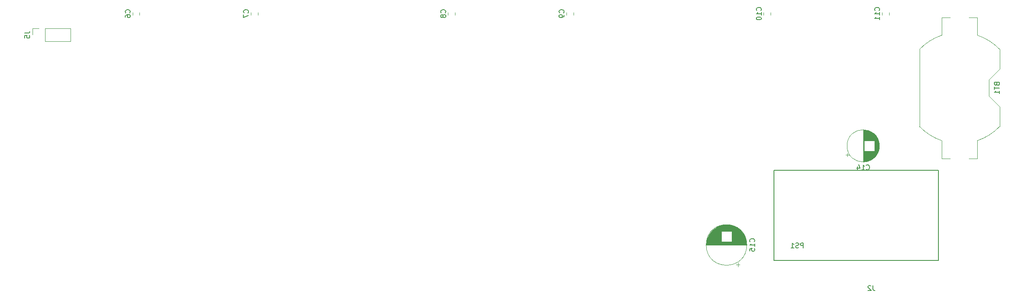
<source format=gbr>
G04 #@! TF.GenerationSoftware,KiCad,Pcbnew,5.1.5+dfsg1-2build2*
G04 #@! TF.CreationDate,2020-07-19T22:13:21-05:00*
G04 #@! TF.ProjectId,pi-nixie,70692d6e-6978-4696-952e-6b696361645f,rev?*
G04 #@! TF.SameCoordinates,Original*
G04 #@! TF.FileFunction,Legend,Bot*
G04 #@! TF.FilePolarity,Positive*
%FSLAX46Y46*%
G04 Gerber Fmt 4.6, Leading zero omitted, Abs format (unit mm)*
G04 Created by KiCad (PCBNEW 5.1.5+dfsg1-2build2) date 2020-07-19 22:13:21*
%MOMM*%
%LPD*%
G04 APERTURE LIST*
%ADD10C,0.120000*%
%ADD11C,0.200000*%
%ADD12C,0.150000*%
G04 APERTURE END LIST*
D10*
X146465000Y-68934698D02*
X145665000Y-68934698D01*
X146065000Y-69334698D02*
X146065000Y-68534698D01*
X144283000Y-60844000D02*
X143217000Y-60844000D01*
X144518000Y-60884000D02*
X142982000Y-60884000D01*
X144698000Y-60924000D02*
X142802000Y-60924000D01*
X144848000Y-60964000D02*
X142652000Y-60964000D01*
X144979000Y-61004000D02*
X142521000Y-61004000D01*
X145096000Y-61044000D02*
X142404000Y-61044000D01*
X145203000Y-61084000D02*
X142297000Y-61084000D01*
X145302000Y-61124000D02*
X142198000Y-61124000D01*
X145395000Y-61164000D02*
X142105000Y-61164000D01*
X145481000Y-61204000D02*
X142019000Y-61204000D01*
X145563000Y-61244000D02*
X141937000Y-61244000D01*
X145640000Y-61284000D02*
X141860000Y-61284000D01*
X145714000Y-61324000D02*
X141786000Y-61324000D01*
X145784000Y-61364000D02*
X141716000Y-61364000D01*
X145852000Y-61404000D02*
X141648000Y-61404000D01*
X145916000Y-61444000D02*
X141584000Y-61444000D01*
X145978000Y-61484000D02*
X141522000Y-61484000D01*
X146037000Y-61524000D02*
X141463000Y-61524000D01*
X146095000Y-61564000D02*
X141405000Y-61564000D01*
X146150000Y-61604000D02*
X141350000Y-61604000D01*
X146204000Y-61644000D02*
X141296000Y-61644000D01*
X146255000Y-61684000D02*
X141245000Y-61684000D01*
X146306000Y-61724000D02*
X141194000Y-61724000D01*
X146354000Y-61764000D02*
X141146000Y-61764000D01*
X146401000Y-61804000D02*
X141099000Y-61804000D01*
X146447000Y-61844000D02*
X141053000Y-61844000D01*
X146491000Y-61884000D02*
X141009000Y-61884000D01*
X146534000Y-61924000D02*
X140966000Y-61924000D01*
X146576000Y-61964000D02*
X140924000Y-61964000D01*
X146617000Y-62004000D02*
X140883000Y-62004000D01*
X146657000Y-62044000D02*
X140843000Y-62044000D01*
X146695000Y-62084000D02*
X140805000Y-62084000D01*
X146733000Y-62124000D02*
X140767000Y-62124000D01*
X142710000Y-62164000D02*
X140731000Y-62164000D01*
X146769000Y-62164000D02*
X144790000Y-62164000D01*
X142710000Y-62204000D02*
X140695000Y-62204000D01*
X146805000Y-62204000D02*
X144790000Y-62204000D01*
X142710000Y-62244000D02*
X140660000Y-62244000D01*
X146840000Y-62244000D02*
X144790000Y-62244000D01*
X142710000Y-62284000D02*
X140626000Y-62284000D01*
X146874000Y-62284000D02*
X144790000Y-62284000D01*
X142710000Y-62324000D02*
X140594000Y-62324000D01*
X146906000Y-62324000D02*
X144790000Y-62324000D01*
X142710000Y-62364000D02*
X140561000Y-62364000D01*
X146939000Y-62364000D02*
X144790000Y-62364000D01*
X142710000Y-62404000D02*
X140530000Y-62404000D01*
X146970000Y-62404000D02*
X144790000Y-62404000D01*
X142710000Y-62444000D02*
X140500000Y-62444000D01*
X147000000Y-62444000D02*
X144790000Y-62444000D01*
X142710000Y-62484000D02*
X140470000Y-62484000D01*
X147030000Y-62484000D02*
X144790000Y-62484000D01*
X142710000Y-62524000D02*
X140441000Y-62524000D01*
X147059000Y-62524000D02*
X144790000Y-62524000D01*
X142710000Y-62564000D02*
X140412000Y-62564000D01*
X147088000Y-62564000D02*
X144790000Y-62564000D01*
X142710000Y-62604000D02*
X140385000Y-62604000D01*
X147115000Y-62604000D02*
X144790000Y-62604000D01*
X142710000Y-62644000D02*
X140358000Y-62644000D01*
X147142000Y-62644000D02*
X144790000Y-62644000D01*
X142710000Y-62684000D02*
X140332000Y-62684000D01*
X147168000Y-62684000D02*
X144790000Y-62684000D01*
X142710000Y-62724000D02*
X140306000Y-62724000D01*
X147194000Y-62724000D02*
X144790000Y-62724000D01*
X142710000Y-62764000D02*
X140281000Y-62764000D01*
X147219000Y-62764000D02*
X144790000Y-62764000D01*
X142710000Y-62804000D02*
X140257000Y-62804000D01*
X147243000Y-62804000D02*
X144790000Y-62804000D01*
X142710000Y-62844000D02*
X140233000Y-62844000D01*
X147267000Y-62844000D02*
X144790000Y-62844000D01*
X142710000Y-62884000D02*
X140210000Y-62884000D01*
X147290000Y-62884000D02*
X144790000Y-62884000D01*
X142710000Y-62924000D02*
X140188000Y-62924000D01*
X147312000Y-62924000D02*
X144790000Y-62924000D01*
X142710000Y-62964000D02*
X140166000Y-62964000D01*
X147334000Y-62964000D02*
X144790000Y-62964000D01*
X142710000Y-63004000D02*
X140144000Y-63004000D01*
X147356000Y-63004000D02*
X144790000Y-63004000D01*
X142710000Y-63044000D02*
X140123000Y-63044000D01*
X147377000Y-63044000D02*
X144790000Y-63044000D01*
X142710000Y-63084000D02*
X140103000Y-63084000D01*
X147397000Y-63084000D02*
X144790000Y-63084000D01*
X142710000Y-63124000D02*
X140084000Y-63124000D01*
X147416000Y-63124000D02*
X144790000Y-63124000D01*
X142710000Y-63164000D02*
X140064000Y-63164000D01*
X147436000Y-63164000D02*
X144790000Y-63164000D01*
X142710000Y-63204000D02*
X140046000Y-63204000D01*
X147454000Y-63204000D02*
X144790000Y-63204000D01*
X142710000Y-63244000D02*
X140028000Y-63244000D01*
X147472000Y-63244000D02*
X144790000Y-63244000D01*
X142710000Y-63284000D02*
X140010000Y-63284000D01*
X147490000Y-63284000D02*
X144790000Y-63284000D01*
X142710000Y-63324000D02*
X139993000Y-63324000D01*
X147507000Y-63324000D02*
X144790000Y-63324000D01*
X142710000Y-63364000D02*
X139976000Y-63364000D01*
X147524000Y-63364000D02*
X144790000Y-63364000D01*
X142710000Y-63404000D02*
X139960000Y-63404000D01*
X147540000Y-63404000D02*
X144790000Y-63404000D01*
X142710000Y-63444000D02*
X139945000Y-63444000D01*
X147555000Y-63444000D02*
X144790000Y-63444000D01*
X142710000Y-63484000D02*
X139929000Y-63484000D01*
X147571000Y-63484000D02*
X144790000Y-63484000D01*
X142710000Y-63524000D02*
X139915000Y-63524000D01*
X147585000Y-63524000D02*
X144790000Y-63524000D01*
X142710000Y-63564000D02*
X139900000Y-63564000D01*
X147600000Y-63564000D02*
X144790000Y-63564000D01*
X142710000Y-63604000D02*
X139887000Y-63604000D01*
X147613000Y-63604000D02*
X144790000Y-63604000D01*
X142710000Y-63644000D02*
X139873000Y-63644000D01*
X147627000Y-63644000D02*
X144790000Y-63644000D01*
X142710000Y-63684000D02*
X139861000Y-63684000D01*
X147639000Y-63684000D02*
X144790000Y-63684000D01*
X142710000Y-63724000D02*
X139848000Y-63724000D01*
X147652000Y-63724000D02*
X144790000Y-63724000D01*
X142710000Y-63764000D02*
X139836000Y-63764000D01*
X147664000Y-63764000D02*
X144790000Y-63764000D01*
X142710000Y-63804000D02*
X139825000Y-63804000D01*
X147675000Y-63804000D02*
X144790000Y-63804000D01*
X142710000Y-63844000D02*
X139814000Y-63844000D01*
X147686000Y-63844000D02*
X144790000Y-63844000D01*
X142710000Y-63884000D02*
X139803000Y-63884000D01*
X147697000Y-63884000D02*
X144790000Y-63884000D01*
X142710000Y-63924000D02*
X139793000Y-63924000D01*
X147707000Y-63924000D02*
X144790000Y-63924000D01*
X142710000Y-63964000D02*
X139783000Y-63964000D01*
X147717000Y-63964000D02*
X144790000Y-63964000D01*
X142710000Y-64004000D02*
X139774000Y-64004000D01*
X147726000Y-64004000D02*
X144790000Y-64004000D01*
X142710000Y-64044000D02*
X139765000Y-64044000D01*
X147735000Y-64044000D02*
X144790000Y-64044000D01*
X142710000Y-64084000D02*
X139756000Y-64084000D01*
X147744000Y-64084000D02*
X144790000Y-64084000D01*
X142710000Y-64124000D02*
X139748000Y-64124000D01*
X147752000Y-64124000D02*
X144790000Y-64124000D01*
X142710000Y-64164000D02*
X139740000Y-64164000D01*
X147760000Y-64164000D02*
X144790000Y-64164000D01*
X142710000Y-64204000D02*
X139733000Y-64204000D01*
X147767000Y-64204000D02*
X144790000Y-64204000D01*
X147774000Y-64245000D02*
X139726000Y-64245000D01*
X147780000Y-64285000D02*
X139720000Y-64285000D01*
X147787000Y-64325000D02*
X139713000Y-64325000D01*
X147792000Y-64365000D02*
X139708000Y-64365000D01*
X147798000Y-64405000D02*
X139702000Y-64405000D01*
X147802000Y-64445000D02*
X139698000Y-64445000D01*
X147807000Y-64485000D02*
X139693000Y-64485000D01*
X147811000Y-64525000D02*
X139689000Y-64525000D01*
X147815000Y-64565000D02*
X139685000Y-64565000D01*
X147818000Y-64605000D02*
X139682000Y-64605000D01*
X147821000Y-64645000D02*
X139679000Y-64645000D01*
X147824000Y-64685000D02*
X139676000Y-64685000D01*
X147826000Y-64725000D02*
X139674000Y-64725000D01*
X147827000Y-64765000D02*
X139673000Y-64765000D01*
X147829000Y-64805000D02*
X139671000Y-64805000D01*
X147830000Y-64845000D02*
X139670000Y-64845000D01*
X147830000Y-64885000D02*
X139670000Y-64885000D01*
X147830000Y-64925000D02*
X139670000Y-64925000D01*
X147870000Y-64925000D02*
G75*
G03X147870000Y-64925000I-4120000J0D01*
G01*
X168289759Y-46979000D02*
X168289759Y-46349000D01*
X167974759Y-46664000D02*
X168604759Y-46664000D01*
X174716000Y-45227000D02*
X174716000Y-44423000D01*
X174676000Y-45458000D02*
X174676000Y-44192000D01*
X174636000Y-45627000D02*
X174636000Y-44023000D01*
X174596000Y-45765000D02*
X174596000Y-43885000D01*
X174556000Y-45884000D02*
X174556000Y-43766000D01*
X174516000Y-45990000D02*
X174516000Y-43660000D01*
X174476000Y-46087000D02*
X174476000Y-43563000D01*
X174436000Y-46175000D02*
X174436000Y-43475000D01*
X174396000Y-46257000D02*
X174396000Y-43393000D01*
X174356000Y-46334000D02*
X174356000Y-43316000D01*
X174316000Y-46406000D02*
X174316000Y-43244000D01*
X174276000Y-46475000D02*
X174276000Y-43175000D01*
X174236000Y-46539000D02*
X174236000Y-43111000D01*
X174196000Y-46601000D02*
X174196000Y-43049000D01*
X174156000Y-46659000D02*
X174156000Y-42991000D01*
X174116000Y-46715000D02*
X174116000Y-42935000D01*
X174076000Y-46769000D02*
X174076000Y-42881000D01*
X174036000Y-46820000D02*
X174036000Y-42830000D01*
X173996000Y-46869000D02*
X173996000Y-42781000D01*
X173956000Y-46917000D02*
X173956000Y-42733000D01*
X173916000Y-46962000D02*
X173916000Y-42688000D01*
X173876000Y-47007000D02*
X173876000Y-42643000D01*
X173836000Y-47049000D02*
X173836000Y-42601000D01*
X173796000Y-47090000D02*
X173796000Y-42560000D01*
X173756000Y-43785000D02*
X173756000Y-42520000D01*
X173756000Y-47130000D02*
X173756000Y-45865000D01*
X173716000Y-43785000D02*
X173716000Y-42482000D01*
X173716000Y-47168000D02*
X173716000Y-45865000D01*
X173676000Y-43785000D02*
X173676000Y-42445000D01*
X173676000Y-47205000D02*
X173676000Y-45865000D01*
X173636000Y-43785000D02*
X173636000Y-42409000D01*
X173636000Y-47241000D02*
X173636000Y-45865000D01*
X173596000Y-43785000D02*
X173596000Y-42375000D01*
X173596000Y-47275000D02*
X173596000Y-45865000D01*
X173556000Y-43785000D02*
X173556000Y-42341000D01*
X173556000Y-47309000D02*
X173556000Y-45865000D01*
X173516000Y-43785000D02*
X173516000Y-42309000D01*
X173516000Y-47341000D02*
X173516000Y-45865000D01*
X173476000Y-43785000D02*
X173476000Y-42277000D01*
X173476000Y-47373000D02*
X173476000Y-45865000D01*
X173436000Y-43785000D02*
X173436000Y-42247000D01*
X173436000Y-47403000D02*
X173436000Y-45865000D01*
X173396000Y-43785000D02*
X173396000Y-42218000D01*
X173396000Y-47432000D02*
X173396000Y-45865000D01*
X173356000Y-43785000D02*
X173356000Y-42189000D01*
X173356000Y-47461000D02*
X173356000Y-45865000D01*
X173316000Y-43785000D02*
X173316000Y-42161000D01*
X173316000Y-47489000D02*
X173316000Y-45865000D01*
X173276000Y-43785000D02*
X173276000Y-42135000D01*
X173276000Y-47515000D02*
X173276000Y-45865000D01*
X173236000Y-43785000D02*
X173236000Y-42109000D01*
X173236000Y-47541000D02*
X173236000Y-45865000D01*
X173196000Y-43785000D02*
X173196000Y-42083000D01*
X173196000Y-47567000D02*
X173196000Y-45865000D01*
X173156000Y-43785000D02*
X173156000Y-42059000D01*
X173156000Y-47591000D02*
X173156000Y-45865000D01*
X173116000Y-43785000D02*
X173116000Y-42035000D01*
X173116000Y-47615000D02*
X173116000Y-45865000D01*
X173076000Y-43785000D02*
X173076000Y-42013000D01*
X173076000Y-47637000D02*
X173076000Y-45865000D01*
X173036000Y-43785000D02*
X173036000Y-41991000D01*
X173036000Y-47659000D02*
X173036000Y-45865000D01*
X172996000Y-43785000D02*
X172996000Y-41969000D01*
X172996000Y-47681000D02*
X172996000Y-45865000D01*
X172956000Y-43785000D02*
X172956000Y-41949000D01*
X172956000Y-47701000D02*
X172956000Y-45865000D01*
X172916000Y-43785000D02*
X172916000Y-41929000D01*
X172916000Y-47721000D02*
X172916000Y-45865000D01*
X172876000Y-43785000D02*
X172876000Y-41909000D01*
X172876000Y-47741000D02*
X172876000Y-45865000D01*
X172836000Y-43785000D02*
X172836000Y-41891000D01*
X172836000Y-47759000D02*
X172836000Y-45865000D01*
X172796000Y-43785000D02*
X172796000Y-41873000D01*
X172796000Y-47777000D02*
X172796000Y-45865000D01*
X172756000Y-43785000D02*
X172756000Y-41855000D01*
X172756000Y-47795000D02*
X172756000Y-45865000D01*
X172716000Y-43785000D02*
X172716000Y-41839000D01*
X172716000Y-47811000D02*
X172716000Y-45865000D01*
X172676000Y-43785000D02*
X172676000Y-41823000D01*
X172676000Y-47827000D02*
X172676000Y-45865000D01*
X172636000Y-43785000D02*
X172636000Y-41807000D01*
X172636000Y-47843000D02*
X172636000Y-45865000D01*
X172596000Y-43785000D02*
X172596000Y-41792000D01*
X172596000Y-47858000D02*
X172596000Y-45865000D01*
X172556000Y-43785000D02*
X172556000Y-41778000D01*
X172556000Y-47872000D02*
X172556000Y-45865000D01*
X172516000Y-43785000D02*
X172516000Y-41764000D01*
X172516000Y-47886000D02*
X172516000Y-45865000D01*
X172476000Y-43785000D02*
X172476000Y-41751000D01*
X172476000Y-47899000D02*
X172476000Y-45865000D01*
X172436000Y-43785000D02*
X172436000Y-41739000D01*
X172436000Y-47911000D02*
X172436000Y-45865000D01*
X172396000Y-43785000D02*
X172396000Y-41727000D01*
X172396000Y-47923000D02*
X172396000Y-45865000D01*
X172356000Y-43785000D02*
X172356000Y-41715000D01*
X172356000Y-47935000D02*
X172356000Y-45865000D01*
X172316000Y-43785000D02*
X172316000Y-41704000D01*
X172316000Y-47946000D02*
X172316000Y-45865000D01*
X172276000Y-43785000D02*
X172276000Y-41694000D01*
X172276000Y-47956000D02*
X172276000Y-45865000D01*
X172236000Y-43785000D02*
X172236000Y-41684000D01*
X172236000Y-47966000D02*
X172236000Y-45865000D01*
X172196000Y-43785000D02*
X172196000Y-41675000D01*
X172196000Y-47975000D02*
X172196000Y-45865000D01*
X172155000Y-43785000D02*
X172155000Y-41666000D01*
X172155000Y-47984000D02*
X172155000Y-45865000D01*
X172115000Y-43785000D02*
X172115000Y-41658000D01*
X172115000Y-47992000D02*
X172115000Y-45865000D01*
X172075000Y-43785000D02*
X172075000Y-41650000D01*
X172075000Y-48000000D02*
X172075000Y-45865000D01*
X172035000Y-43785000D02*
X172035000Y-41643000D01*
X172035000Y-48007000D02*
X172035000Y-45865000D01*
X171995000Y-43785000D02*
X171995000Y-41636000D01*
X171995000Y-48014000D02*
X171995000Y-45865000D01*
X171955000Y-43785000D02*
X171955000Y-41630000D01*
X171955000Y-48020000D02*
X171955000Y-45865000D01*
X171915000Y-43785000D02*
X171915000Y-41624000D01*
X171915000Y-48026000D02*
X171915000Y-45865000D01*
X171875000Y-43785000D02*
X171875000Y-41619000D01*
X171875000Y-48031000D02*
X171875000Y-45865000D01*
X171835000Y-43785000D02*
X171835000Y-41614000D01*
X171835000Y-48036000D02*
X171835000Y-45865000D01*
X171795000Y-43785000D02*
X171795000Y-41610000D01*
X171795000Y-48040000D02*
X171795000Y-45865000D01*
X171755000Y-43785000D02*
X171755000Y-41607000D01*
X171755000Y-48043000D02*
X171755000Y-45865000D01*
X171715000Y-43785000D02*
X171715000Y-41603000D01*
X171715000Y-48047000D02*
X171715000Y-45865000D01*
X171675000Y-48049000D02*
X171675000Y-41601000D01*
X171635000Y-48052000D02*
X171635000Y-41598000D01*
X171595000Y-48053000D02*
X171595000Y-41597000D01*
X171555000Y-48055000D02*
X171555000Y-41595000D01*
X171515000Y-48055000D02*
X171515000Y-41595000D01*
X171475000Y-48055000D02*
X171475000Y-41595000D01*
X174745000Y-44825000D02*
G75*
G03X174745000Y-44825000I-3270000J0D01*
G01*
D11*
X186700000Y-68075000D02*
X153400000Y-68075000D01*
X153400000Y-49775000D02*
X153400000Y-68075000D01*
X186700000Y-49775000D02*
X153400000Y-49775000D01*
X186700000Y-49775000D02*
X186700000Y-68075000D01*
D10*
X2970000Y-20970000D02*
X2970000Y-22300000D01*
X4300000Y-20970000D02*
X2970000Y-20970000D01*
X5570000Y-20970000D02*
X5570000Y-23630000D01*
X5570000Y-23630000D02*
X10710000Y-23630000D01*
X5570000Y-20970000D02*
X10710000Y-20970000D01*
X10710000Y-20970000D02*
X10710000Y-23630000D01*
X187415000Y-18765000D02*
X187415000Y-22383000D01*
X189125000Y-18765000D02*
X187415000Y-18765000D01*
X182915000Y-25227700D02*
X182915000Y-40922300D01*
X189125000Y-47385000D02*
X187415000Y-47385000D01*
X187415000Y-43767000D02*
X187415000Y-47385000D01*
X194635000Y-47385000D02*
X194635000Y-43767000D01*
X192925000Y-47385000D02*
X194635000Y-47385000D01*
X199135000Y-40922300D02*
X199135000Y-36935000D01*
X196935000Y-34735000D02*
X199135000Y-36935000D01*
X196935000Y-34735000D02*
X196935000Y-31415000D01*
X196935000Y-31415000D02*
X199135000Y-29215000D01*
X199135000Y-29215000D02*
X199135000Y-25227700D01*
X194635000Y-22383000D02*
X194635000Y-18765000D01*
X192925000Y-18765000D02*
X194635000Y-18765000D01*
X182913211Y-25229630D02*
G75*
G02X187415000Y-22383000I8111789J-7845370D01*
G01*
X199136789Y-40920370D02*
G75*
G02X194635000Y-43767000I-8111789J7845370D01*
G01*
X182913211Y-40920370D02*
G75*
G03X187415000Y-43767000I8111789J7845370D01*
G01*
X199136789Y-25229630D02*
G75*
G03X194635000Y-22383000I-8111789J-7845370D01*
G01*
X176710000Y-17741422D02*
X176710000Y-18258578D01*
X175290000Y-17741422D02*
X175290000Y-18258578D01*
X152710000Y-17741422D02*
X152710000Y-18258578D01*
X151290000Y-17741422D02*
X151290000Y-18258578D01*
X112710000Y-17741422D02*
X112710000Y-18258578D01*
X111290000Y-17741422D02*
X111290000Y-18258578D01*
X88710000Y-17741422D02*
X88710000Y-18258578D01*
X87290000Y-17741422D02*
X87290000Y-18258578D01*
X48710000Y-17741422D02*
X48710000Y-18258578D01*
X47290000Y-17741422D02*
X47290000Y-18258578D01*
X24710000Y-17741422D02*
X24710000Y-18258578D01*
X23290000Y-17741422D02*
X23290000Y-18258578D01*
D12*
X149357142Y-64282142D02*
X149404761Y-64234523D01*
X149452380Y-64091666D01*
X149452380Y-63996428D01*
X149404761Y-63853571D01*
X149309523Y-63758333D01*
X149214285Y-63710714D01*
X149023809Y-63663095D01*
X148880952Y-63663095D01*
X148690476Y-63710714D01*
X148595238Y-63758333D01*
X148500000Y-63853571D01*
X148452380Y-63996428D01*
X148452380Y-64091666D01*
X148500000Y-64234523D01*
X148547619Y-64282142D01*
X149452380Y-65234523D02*
X149452380Y-64663095D01*
X149452380Y-64948809D02*
X148452380Y-64948809D01*
X148595238Y-64853571D01*
X148690476Y-64758333D01*
X148738095Y-64663095D01*
X148452380Y-66139285D02*
X148452380Y-65663095D01*
X148928571Y-65615476D01*
X148880952Y-65663095D01*
X148833333Y-65758333D01*
X148833333Y-65996428D01*
X148880952Y-66091666D01*
X148928571Y-66139285D01*
X149023809Y-66186904D01*
X149261904Y-66186904D01*
X149357142Y-66139285D01*
X149404761Y-66091666D01*
X149452380Y-65996428D01*
X149452380Y-65758333D01*
X149404761Y-65663095D01*
X149357142Y-65615476D01*
X172117857Y-49582142D02*
X172165476Y-49629761D01*
X172308333Y-49677380D01*
X172403571Y-49677380D01*
X172546428Y-49629761D01*
X172641666Y-49534523D01*
X172689285Y-49439285D01*
X172736904Y-49248809D01*
X172736904Y-49105952D01*
X172689285Y-48915476D01*
X172641666Y-48820238D01*
X172546428Y-48725000D01*
X172403571Y-48677380D01*
X172308333Y-48677380D01*
X172165476Y-48725000D01*
X172117857Y-48772619D01*
X171165476Y-49677380D02*
X171736904Y-49677380D01*
X171451190Y-49677380D02*
X171451190Y-48677380D01*
X171546428Y-48820238D01*
X171641666Y-48915476D01*
X171736904Y-48963095D01*
X170308333Y-49010714D02*
X170308333Y-49677380D01*
X170546428Y-48629761D02*
X170784523Y-49344047D01*
X170165476Y-49344047D01*
X159314285Y-65527380D02*
X159314285Y-64527380D01*
X158933333Y-64527380D01*
X158838095Y-64575000D01*
X158790476Y-64622619D01*
X158742857Y-64717857D01*
X158742857Y-64860714D01*
X158790476Y-64955952D01*
X158838095Y-65003571D01*
X158933333Y-65051190D01*
X159314285Y-65051190D01*
X158361904Y-65479761D02*
X158219047Y-65527380D01*
X157980952Y-65527380D01*
X157885714Y-65479761D01*
X157838095Y-65432142D01*
X157790476Y-65336904D01*
X157790476Y-65241666D01*
X157838095Y-65146428D01*
X157885714Y-65098809D01*
X157980952Y-65051190D01*
X158171428Y-65003571D01*
X158266666Y-64955952D01*
X158314285Y-64908333D01*
X158361904Y-64813095D01*
X158361904Y-64717857D01*
X158314285Y-64622619D01*
X158266666Y-64575000D01*
X158171428Y-64527380D01*
X157933333Y-64527380D01*
X157790476Y-64575000D01*
X156838095Y-65527380D02*
X157409523Y-65527380D01*
X157123809Y-65527380D02*
X157123809Y-64527380D01*
X157219047Y-64670238D01*
X157314285Y-64765476D01*
X157409523Y-64813095D01*
X1422380Y-21966666D02*
X2136666Y-21966666D01*
X2279523Y-21919047D01*
X2374761Y-21823809D01*
X2422380Y-21680952D01*
X2422380Y-21585714D01*
X1422380Y-22919047D02*
X1422380Y-22442857D01*
X1898571Y-22395238D01*
X1850952Y-22442857D01*
X1803333Y-22538095D01*
X1803333Y-22776190D01*
X1850952Y-22871428D01*
X1898571Y-22919047D01*
X1993809Y-22966666D01*
X2231904Y-22966666D01*
X2327142Y-22919047D01*
X2374761Y-22871428D01*
X2422380Y-22776190D01*
X2422380Y-22538095D01*
X2374761Y-22442857D01*
X2327142Y-22395238D01*
X198573571Y-32289285D02*
X198621190Y-32432142D01*
X198668809Y-32479761D01*
X198764047Y-32527380D01*
X198906904Y-32527380D01*
X199002142Y-32479761D01*
X199049761Y-32432142D01*
X199097380Y-32336904D01*
X199097380Y-31955952D01*
X198097380Y-31955952D01*
X198097380Y-32289285D01*
X198145000Y-32384523D01*
X198192619Y-32432142D01*
X198287857Y-32479761D01*
X198383095Y-32479761D01*
X198478333Y-32432142D01*
X198525952Y-32384523D01*
X198573571Y-32289285D01*
X198573571Y-31955952D01*
X198097380Y-32813095D02*
X198097380Y-33384523D01*
X199097380Y-33098809D02*
X198097380Y-33098809D01*
X199097380Y-34241666D02*
X199097380Y-33670238D01*
X199097380Y-33955952D02*
X198097380Y-33955952D01*
X198240238Y-33860714D01*
X198335476Y-33765476D01*
X198383095Y-33670238D01*
X173458333Y-73177380D02*
X173458333Y-73891666D01*
X173505952Y-74034523D01*
X173601190Y-74129761D01*
X173744047Y-74177380D01*
X173839285Y-74177380D01*
X173029761Y-73272619D02*
X172982142Y-73225000D01*
X172886904Y-73177380D01*
X172648809Y-73177380D01*
X172553571Y-73225000D01*
X172505952Y-73272619D01*
X172458333Y-73367857D01*
X172458333Y-73463095D01*
X172505952Y-73605952D01*
X173077380Y-74177380D01*
X172458333Y-74177380D01*
X174707142Y-17357142D02*
X174754761Y-17309523D01*
X174802380Y-17166666D01*
X174802380Y-17071428D01*
X174754761Y-16928571D01*
X174659523Y-16833333D01*
X174564285Y-16785714D01*
X174373809Y-16738095D01*
X174230952Y-16738095D01*
X174040476Y-16785714D01*
X173945238Y-16833333D01*
X173850000Y-16928571D01*
X173802380Y-17071428D01*
X173802380Y-17166666D01*
X173850000Y-17309523D01*
X173897619Y-17357142D01*
X174802380Y-18309523D02*
X174802380Y-17738095D01*
X174802380Y-18023809D02*
X173802380Y-18023809D01*
X173945238Y-17928571D01*
X174040476Y-17833333D01*
X174088095Y-17738095D01*
X174802380Y-19261904D02*
X174802380Y-18690476D01*
X174802380Y-18976190D02*
X173802380Y-18976190D01*
X173945238Y-18880952D01*
X174040476Y-18785714D01*
X174088095Y-18690476D01*
X150707142Y-17357142D02*
X150754761Y-17309523D01*
X150802380Y-17166666D01*
X150802380Y-17071428D01*
X150754761Y-16928571D01*
X150659523Y-16833333D01*
X150564285Y-16785714D01*
X150373809Y-16738095D01*
X150230952Y-16738095D01*
X150040476Y-16785714D01*
X149945238Y-16833333D01*
X149850000Y-16928571D01*
X149802380Y-17071428D01*
X149802380Y-17166666D01*
X149850000Y-17309523D01*
X149897619Y-17357142D01*
X150802380Y-18309523D02*
X150802380Y-17738095D01*
X150802380Y-18023809D02*
X149802380Y-18023809D01*
X149945238Y-17928571D01*
X150040476Y-17833333D01*
X150088095Y-17738095D01*
X149802380Y-18928571D02*
X149802380Y-19023809D01*
X149850000Y-19119047D01*
X149897619Y-19166666D01*
X149992857Y-19214285D01*
X150183333Y-19261904D01*
X150421428Y-19261904D01*
X150611904Y-19214285D01*
X150707142Y-19166666D01*
X150754761Y-19119047D01*
X150802380Y-19023809D01*
X150802380Y-18928571D01*
X150754761Y-18833333D01*
X150707142Y-18785714D01*
X150611904Y-18738095D01*
X150421428Y-18690476D01*
X150183333Y-18690476D01*
X149992857Y-18738095D01*
X149897619Y-18785714D01*
X149850000Y-18833333D01*
X149802380Y-18928571D01*
X110707142Y-17833333D02*
X110754761Y-17785714D01*
X110802380Y-17642857D01*
X110802380Y-17547619D01*
X110754761Y-17404761D01*
X110659523Y-17309523D01*
X110564285Y-17261904D01*
X110373809Y-17214285D01*
X110230952Y-17214285D01*
X110040476Y-17261904D01*
X109945238Y-17309523D01*
X109850000Y-17404761D01*
X109802380Y-17547619D01*
X109802380Y-17642857D01*
X109850000Y-17785714D01*
X109897619Y-17833333D01*
X110802380Y-18309523D02*
X110802380Y-18500000D01*
X110754761Y-18595238D01*
X110707142Y-18642857D01*
X110564285Y-18738095D01*
X110373809Y-18785714D01*
X109992857Y-18785714D01*
X109897619Y-18738095D01*
X109850000Y-18690476D01*
X109802380Y-18595238D01*
X109802380Y-18404761D01*
X109850000Y-18309523D01*
X109897619Y-18261904D01*
X109992857Y-18214285D01*
X110230952Y-18214285D01*
X110326190Y-18261904D01*
X110373809Y-18309523D01*
X110421428Y-18404761D01*
X110421428Y-18595238D01*
X110373809Y-18690476D01*
X110326190Y-18738095D01*
X110230952Y-18785714D01*
X86707142Y-17833333D02*
X86754761Y-17785714D01*
X86802380Y-17642857D01*
X86802380Y-17547619D01*
X86754761Y-17404761D01*
X86659523Y-17309523D01*
X86564285Y-17261904D01*
X86373809Y-17214285D01*
X86230952Y-17214285D01*
X86040476Y-17261904D01*
X85945238Y-17309523D01*
X85850000Y-17404761D01*
X85802380Y-17547619D01*
X85802380Y-17642857D01*
X85850000Y-17785714D01*
X85897619Y-17833333D01*
X86230952Y-18404761D02*
X86183333Y-18309523D01*
X86135714Y-18261904D01*
X86040476Y-18214285D01*
X85992857Y-18214285D01*
X85897619Y-18261904D01*
X85850000Y-18309523D01*
X85802380Y-18404761D01*
X85802380Y-18595238D01*
X85850000Y-18690476D01*
X85897619Y-18738095D01*
X85992857Y-18785714D01*
X86040476Y-18785714D01*
X86135714Y-18738095D01*
X86183333Y-18690476D01*
X86230952Y-18595238D01*
X86230952Y-18404761D01*
X86278571Y-18309523D01*
X86326190Y-18261904D01*
X86421428Y-18214285D01*
X86611904Y-18214285D01*
X86707142Y-18261904D01*
X86754761Y-18309523D01*
X86802380Y-18404761D01*
X86802380Y-18595238D01*
X86754761Y-18690476D01*
X86707142Y-18738095D01*
X86611904Y-18785714D01*
X86421428Y-18785714D01*
X86326190Y-18738095D01*
X86278571Y-18690476D01*
X86230952Y-18595238D01*
X46707142Y-17833333D02*
X46754761Y-17785714D01*
X46802380Y-17642857D01*
X46802380Y-17547619D01*
X46754761Y-17404761D01*
X46659523Y-17309523D01*
X46564285Y-17261904D01*
X46373809Y-17214285D01*
X46230952Y-17214285D01*
X46040476Y-17261904D01*
X45945238Y-17309523D01*
X45850000Y-17404761D01*
X45802380Y-17547619D01*
X45802380Y-17642857D01*
X45850000Y-17785714D01*
X45897619Y-17833333D01*
X45802380Y-18166666D02*
X45802380Y-18833333D01*
X46802380Y-18404761D01*
X22707142Y-17833333D02*
X22754761Y-17785714D01*
X22802380Y-17642857D01*
X22802380Y-17547619D01*
X22754761Y-17404761D01*
X22659523Y-17309523D01*
X22564285Y-17261904D01*
X22373809Y-17214285D01*
X22230952Y-17214285D01*
X22040476Y-17261904D01*
X21945238Y-17309523D01*
X21850000Y-17404761D01*
X21802380Y-17547619D01*
X21802380Y-17642857D01*
X21850000Y-17785714D01*
X21897619Y-17833333D01*
X21802380Y-18690476D02*
X21802380Y-18500000D01*
X21850000Y-18404761D01*
X21897619Y-18357142D01*
X22040476Y-18261904D01*
X22230952Y-18214285D01*
X22611904Y-18214285D01*
X22707142Y-18261904D01*
X22754761Y-18309523D01*
X22802380Y-18404761D01*
X22802380Y-18595238D01*
X22754761Y-18690476D01*
X22707142Y-18738095D01*
X22611904Y-18785714D01*
X22373809Y-18785714D01*
X22278571Y-18738095D01*
X22230952Y-18690476D01*
X22183333Y-18595238D01*
X22183333Y-18404761D01*
X22230952Y-18309523D01*
X22278571Y-18261904D01*
X22373809Y-18214285D01*
M02*

</source>
